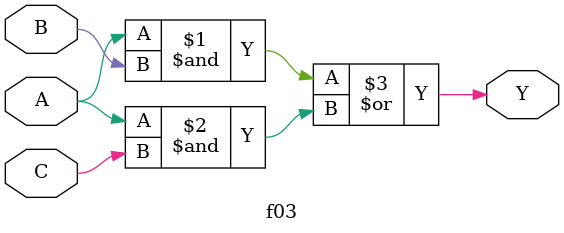
<source format=v>


module t01(input wire A, B , C , output wire Y); 

	wire notB, notC, w1, w2, w3; 
	not (notB, B); 
	not (notC, C); 
	and(w1, A, notB, C); 
	and(w2, A, B, notC); 
	and(w3, A, B, C); 
	or(Y, w1,w2,w3); 

endmodule 

// Ecuacion POS 

module t02(input wire A, B , C , output wire Y); 

	wire notA, notB, notC, w1, w2, w3, w4, w5; 
	not (notA, A); 
	not (notB, B); 
	not (notC, C); 
	or (w1, A, B, C); 
	or (w2, A, B, notC); 
	or (w3, A, notB, C); 
	or (w4, A, notB, notC); 
	or (w5, notA, B, C); 
	and (Y, w1,w2,w3,w4,w5);

endmodule 

// Ecuacion minimizada

module t03(input wire A, B , C , output wire Y); 

	wire w1, w2; 
	and (w1, A, B); 
	and (w2, A, C); 
	or (Y, w1,w2);

endmodule 

// ecuaciones de ejercicio 5
// tipo de solucion por operadores logicos 


// Ecuacion SOP  

module f01(input wire A, B, C, output wire Y); 

	assign Y = (A & ~B & C) | (A & B & ~C) | (A & B & C) ; 
	
endmodule 

// Ecuacion POS 

module f02(input wire A, B, C, output wire Y);

	assign Y = (A | B | C)&(A | B | ~C)&(A | ~B | C)&(A | ~B | ~C)&(~A | B | C) ; 
	
endmodule 

// Ecuacion minimizada

module f03(input wire A, B, C, output wire Y);

	assign Y = (A & B) | (A & C) ;

endmodule 


</source>
